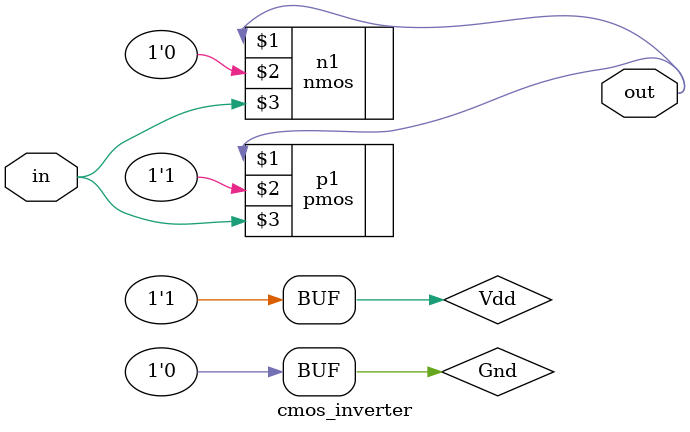
<source format=v>
`timescale 1ns / 1ps


module cmos_inverter(output out, input in);
  supply1 Vdd;
  supply0 Gnd;
  wire n;
  pmos p1(out, Vdd, in);
  nmos n1(out, Gnd, in);
 endmodule

</source>
